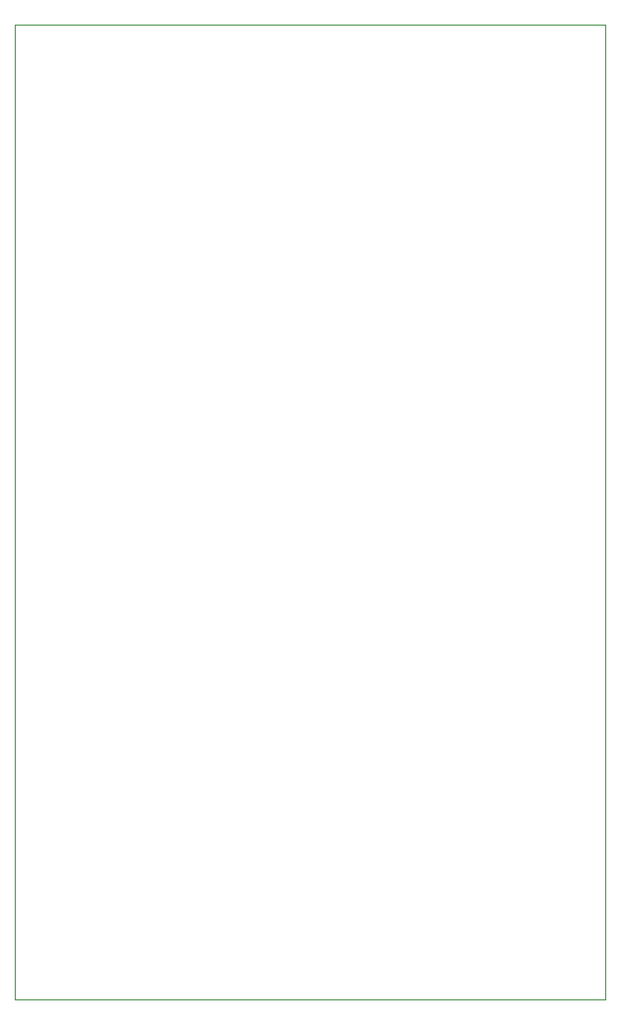
<source format=gbr>
%TF.GenerationSoftware,KiCad,Pcbnew,8.0.4*%
%TF.CreationDate,2024-08-20T17:15:03+05:30*%
%TF.ProjectId,Teensy_breakout,5465656e-7379-45f6-9272-65616b6f7574,rev?*%
%TF.SameCoordinates,Original*%
%TF.FileFunction,Profile,NP*%
%FSLAX46Y46*%
G04 Gerber Fmt 4.6, Leading zero omitted, Abs format (unit mm)*
G04 Created by KiCad (PCBNEW 8.0.4) date 2024-08-20 17:15:03*
%MOMM*%
%LPD*%
G01*
G04 APERTURE LIST*
%TA.AperFunction,Profile*%
%ADD10C,0.050000*%
%TD*%
G04 APERTURE END LIST*
D10*
X129540000Y-50800000D02*
X180340000Y-50800000D01*
X180340000Y-134620000D01*
X129540000Y-134620000D01*
X129540000Y-50800000D01*
M02*

</source>
